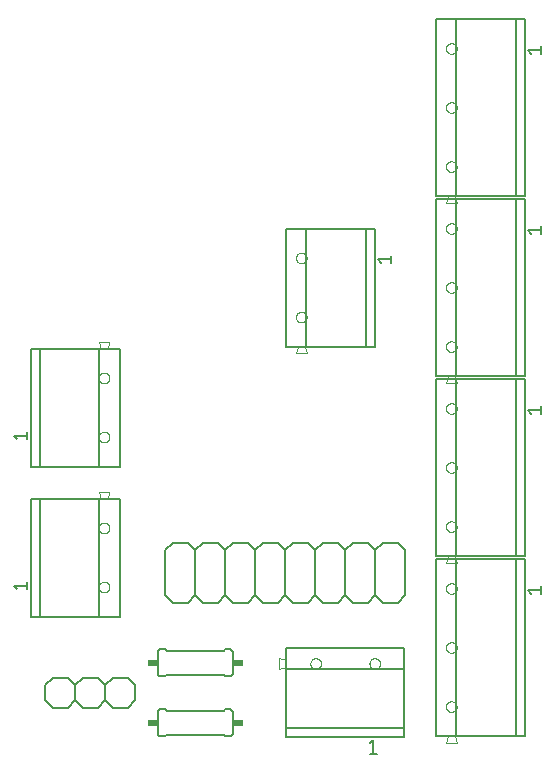
<source format=gto>
G75*
%MOIN*%
%OFA0B0*%
%FSLAX25Y25*%
%IPPOS*%
%LPD*%
%AMOC8*
5,1,8,0,0,1.08239X$1,22.5*
%
%ADD10C,0.00600*%
%ADD11C,0.00300*%
%ADD12C,0.00500*%
%ADD13R,0.03400X0.02400*%
D10*
X0016169Y0019200D02*
X0013669Y0021700D01*
X0013669Y0026700D01*
X0016169Y0029200D01*
X0021169Y0029200D01*
X0023669Y0026700D01*
X0026169Y0029200D01*
X0031169Y0029200D01*
X0033669Y0026700D01*
X0036169Y0029200D01*
X0041169Y0029200D01*
X0043669Y0026700D01*
X0043669Y0021700D01*
X0041169Y0019200D01*
X0036169Y0019200D01*
X0033669Y0021700D01*
X0031169Y0019200D01*
X0026169Y0019200D01*
X0023669Y0021700D01*
X0021169Y0019200D01*
X0016169Y0019200D01*
X0023669Y0021700D02*
X0023669Y0026700D01*
X0033669Y0026700D02*
X0033669Y0021700D01*
X0051169Y0017700D02*
X0051169Y0010700D01*
X0051171Y0010640D01*
X0051176Y0010579D01*
X0051185Y0010520D01*
X0051198Y0010461D01*
X0051214Y0010402D01*
X0051234Y0010345D01*
X0051257Y0010290D01*
X0051284Y0010235D01*
X0051313Y0010183D01*
X0051346Y0010132D01*
X0051382Y0010083D01*
X0051420Y0010037D01*
X0051462Y0009993D01*
X0051506Y0009951D01*
X0051552Y0009913D01*
X0051601Y0009877D01*
X0051652Y0009844D01*
X0051704Y0009815D01*
X0051759Y0009788D01*
X0051814Y0009765D01*
X0051871Y0009745D01*
X0051930Y0009729D01*
X0051989Y0009716D01*
X0052048Y0009707D01*
X0052109Y0009702D01*
X0052169Y0009700D01*
X0053669Y0009700D01*
X0054169Y0010200D01*
X0073169Y0010200D01*
X0073669Y0009700D01*
X0075169Y0009700D01*
X0075229Y0009702D01*
X0075290Y0009707D01*
X0075349Y0009716D01*
X0075408Y0009729D01*
X0075467Y0009745D01*
X0075524Y0009765D01*
X0075579Y0009788D01*
X0075634Y0009815D01*
X0075686Y0009844D01*
X0075737Y0009877D01*
X0075786Y0009913D01*
X0075832Y0009951D01*
X0075876Y0009993D01*
X0075918Y0010037D01*
X0075956Y0010083D01*
X0075992Y0010132D01*
X0076025Y0010183D01*
X0076054Y0010235D01*
X0076081Y0010290D01*
X0076104Y0010345D01*
X0076124Y0010402D01*
X0076140Y0010461D01*
X0076153Y0010520D01*
X0076162Y0010579D01*
X0076167Y0010640D01*
X0076169Y0010700D01*
X0076169Y0017700D01*
X0076167Y0017760D01*
X0076162Y0017821D01*
X0076153Y0017880D01*
X0076140Y0017939D01*
X0076124Y0017998D01*
X0076104Y0018055D01*
X0076081Y0018110D01*
X0076054Y0018165D01*
X0076025Y0018217D01*
X0075992Y0018268D01*
X0075956Y0018317D01*
X0075918Y0018363D01*
X0075876Y0018407D01*
X0075832Y0018449D01*
X0075786Y0018487D01*
X0075737Y0018523D01*
X0075686Y0018556D01*
X0075634Y0018585D01*
X0075579Y0018612D01*
X0075524Y0018635D01*
X0075467Y0018655D01*
X0075408Y0018671D01*
X0075349Y0018684D01*
X0075290Y0018693D01*
X0075229Y0018698D01*
X0075169Y0018700D01*
X0073669Y0018700D01*
X0073169Y0018200D01*
X0054169Y0018200D01*
X0053669Y0018700D01*
X0052169Y0018700D01*
X0052109Y0018698D01*
X0052048Y0018693D01*
X0051989Y0018684D01*
X0051930Y0018671D01*
X0051871Y0018655D01*
X0051814Y0018635D01*
X0051759Y0018612D01*
X0051704Y0018585D01*
X0051652Y0018556D01*
X0051601Y0018523D01*
X0051552Y0018487D01*
X0051506Y0018449D01*
X0051462Y0018407D01*
X0051420Y0018363D01*
X0051382Y0018317D01*
X0051346Y0018268D01*
X0051313Y0018217D01*
X0051284Y0018165D01*
X0051257Y0018110D01*
X0051234Y0018055D01*
X0051214Y0017998D01*
X0051198Y0017939D01*
X0051185Y0017880D01*
X0051176Y0017821D01*
X0051171Y0017760D01*
X0051169Y0017700D01*
X0052169Y0029700D02*
X0053669Y0029700D01*
X0054169Y0030200D01*
X0073169Y0030200D01*
X0073669Y0029700D01*
X0075169Y0029700D01*
X0075229Y0029702D01*
X0075290Y0029707D01*
X0075349Y0029716D01*
X0075408Y0029729D01*
X0075467Y0029745D01*
X0075524Y0029765D01*
X0075579Y0029788D01*
X0075634Y0029815D01*
X0075686Y0029844D01*
X0075737Y0029877D01*
X0075786Y0029913D01*
X0075832Y0029951D01*
X0075876Y0029993D01*
X0075918Y0030037D01*
X0075956Y0030083D01*
X0075992Y0030132D01*
X0076025Y0030183D01*
X0076054Y0030235D01*
X0076081Y0030290D01*
X0076104Y0030345D01*
X0076124Y0030402D01*
X0076140Y0030461D01*
X0076153Y0030520D01*
X0076162Y0030579D01*
X0076167Y0030640D01*
X0076169Y0030700D01*
X0076169Y0037700D01*
X0076167Y0037760D01*
X0076162Y0037821D01*
X0076153Y0037880D01*
X0076140Y0037939D01*
X0076124Y0037998D01*
X0076104Y0038055D01*
X0076081Y0038110D01*
X0076054Y0038165D01*
X0076025Y0038217D01*
X0075992Y0038268D01*
X0075956Y0038317D01*
X0075918Y0038363D01*
X0075876Y0038407D01*
X0075832Y0038449D01*
X0075786Y0038487D01*
X0075737Y0038523D01*
X0075686Y0038556D01*
X0075634Y0038585D01*
X0075579Y0038612D01*
X0075524Y0038635D01*
X0075467Y0038655D01*
X0075408Y0038671D01*
X0075349Y0038684D01*
X0075290Y0038693D01*
X0075229Y0038698D01*
X0075169Y0038700D01*
X0073669Y0038700D01*
X0073169Y0038200D01*
X0054169Y0038200D01*
X0053669Y0038700D01*
X0052169Y0038700D01*
X0052109Y0038698D01*
X0052048Y0038693D01*
X0051989Y0038684D01*
X0051930Y0038671D01*
X0051871Y0038655D01*
X0051814Y0038635D01*
X0051759Y0038612D01*
X0051704Y0038585D01*
X0051652Y0038556D01*
X0051601Y0038523D01*
X0051552Y0038487D01*
X0051506Y0038449D01*
X0051462Y0038407D01*
X0051420Y0038363D01*
X0051382Y0038317D01*
X0051346Y0038268D01*
X0051313Y0038217D01*
X0051284Y0038165D01*
X0051257Y0038110D01*
X0051234Y0038055D01*
X0051214Y0037998D01*
X0051198Y0037939D01*
X0051185Y0037880D01*
X0051176Y0037821D01*
X0051171Y0037760D01*
X0051169Y0037700D01*
X0051169Y0030700D01*
X0051171Y0030640D01*
X0051176Y0030579D01*
X0051185Y0030520D01*
X0051198Y0030461D01*
X0051214Y0030402D01*
X0051234Y0030345D01*
X0051257Y0030290D01*
X0051284Y0030235D01*
X0051313Y0030183D01*
X0051346Y0030132D01*
X0051382Y0030083D01*
X0051420Y0030037D01*
X0051462Y0029993D01*
X0051506Y0029951D01*
X0051552Y0029913D01*
X0051601Y0029877D01*
X0051652Y0029844D01*
X0051704Y0029815D01*
X0051759Y0029788D01*
X0051814Y0029765D01*
X0051871Y0029745D01*
X0051930Y0029729D01*
X0051989Y0029716D01*
X0052048Y0029707D01*
X0052109Y0029702D01*
X0052169Y0029700D01*
X0038433Y0049515D02*
X0031622Y0049515D01*
X0031622Y0088885D01*
X0032154Y0088885D01*
X0034476Y0088885D01*
X0038433Y0088885D01*
X0038433Y0049515D01*
X0031622Y0049515D02*
X0011819Y0049515D01*
X0011819Y0088885D01*
X0031622Y0088885D01*
X0031622Y0099515D02*
X0031622Y0138885D01*
X0032154Y0138885D01*
X0034476Y0138885D01*
X0038433Y0138885D01*
X0038433Y0099515D01*
X0031622Y0099515D01*
X0011819Y0099515D01*
X0011819Y0138885D01*
X0031622Y0138885D01*
X0011819Y0138885D02*
X0008906Y0138885D01*
X0008906Y0099515D01*
X0011819Y0099515D01*
X0011819Y0088885D02*
X0008906Y0088885D01*
X0008906Y0049515D01*
X0011819Y0049515D01*
X0053669Y0056700D02*
X0053669Y0071700D01*
X0056169Y0074200D01*
X0061169Y0074200D01*
X0063669Y0071700D01*
X0063669Y0056700D01*
X0066169Y0054200D01*
X0071169Y0054200D01*
X0073669Y0056700D01*
X0073669Y0071700D01*
X0076169Y0074200D01*
X0081169Y0074200D01*
X0083669Y0071700D01*
X0083669Y0056700D01*
X0086169Y0054200D01*
X0091169Y0054200D01*
X0093669Y0056700D01*
X0093669Y0071700D01*
X0096169Y0074200D01*
X0101169Y0074200D01*
X0103669Y0071700D01*
X0103669Y0056700D01*
X0106169Y0054200D01*
X0111169Y0054200D01*
X0113669Y0056700D01*
X0113669Y0071700D01*
X0116169Y0074200D01*
X0121169Y0074200D01*
X0123669Y0071700D01*
X0126169Y0074200D01*
X0131169Y0074200D01*
X0133669Y0071700D01*
X0133669Y0056700D01*
X0131169Y0054200D01*
X0126169Y0054200D01*
X0123669Y0056700D01*
X0123669Y0071700D01*
X0113669Y0071700D02*
X0111169Y0074200D01*
X0106169Y0074200D01*
X0103669Y0071700D01*
X0093669Y0071700D02*
X0091169Y0074200D01*
X0086169Y0074200D01*
X0083669Y0071700D01*
X0073669Y0071700D02*
X0071169Y0074200D01*
X0066169Y0074200D01*
X0063669Y0071700D01*
X0063669Y0056700D02*
X0061169Y0054200D01*
X0056169Y0054200D01*
X0053669Y0056700D01*
X0073669Y0056700D02*
X0076169Y0054200D01*
X0081169Y0054200D01*
X0083669Y0056700D01*
X0093669Y0056700D02*
X0096169Y0054200D01*
X0101169Y0054200D01*
X0103669Y0056700D01*
X0113669Y0056700D02*
X0116169Y0054200D01*
X0121169Y0054200D01*
X0123669Y0056700D01*
X0133354Y0038964D02*
X0133354Y0032153D01*
X0093984Y0032153D01*
X0093984Y0032684D01*
X0093984Y0035007D01*
X0093984Y0038964D01*
X0133354Y0038964D01*
X0133354Y0032153D02*
X0133354Y0012350D01*
X0093984Y0012350D01*
X0093984Y0032153D01*
X0093984Y0012350D02*
X0093984Y0009436D01*
X0133354Y0009436D01*
X0133354Y0012350D01*
X0143906Y0009672D02*
X0147862Y0009672D01*
X0150185Y0009672D01*
X0150717Y0009672D01*
X0150717Y0068728D01*
X0170520Y0068728D01*
X0170520Y0009672D01*
X0150717Y0009672D01*
X0143906Y0009672D02*
X0143906Y0068728D01*
X0150717Y0068728D01*
X0150717Y0069672D02*
X0150717Y0128728D01*
X0170520Y0128728D01*
X0170520Y0069672D01*
X0150717Y0069672D01*
X0150185Y0069672D01*
X0147862Y0069672D01*
X0143906Y0069672D01*
X0143906Y0128728D01*
X0150717Y0128728D01*
X0150717Y0129672D02*
X0150717Y0188728D01*
X0170520Y0188728D01*
X0170520Y0129672D01*
X0150717Y0129672D01*
X0150185Y0129672D01*
X0147862Y0129672D01*
X0143906Y0129672D01*
X0143906Y0188728D01*
X0150717Y0188728D01*
X0150717Y0189672D02*
X0150717Y0248728D01*
X0170520Y0248728D01*
X0170520Y0189672D01*
X0150717Y0189672D01*
X0150185Y0189672D01*
X0147862Y0189672D01*
X0143906Y0189672D01*
X0143906Y0248728D01*
X0150717Y0248728D01*
X0170520Y0248728D02*
X0173433Y0248728D01*
X0173433Y0189672D01*
X0170520Y0189672D01*
X0170520Y0188728D02*
X0173433Y0188728D01*
X0173433Y0129672D01*
X0170520Y0129672D01*
X0170520Y0128728D02*
X0173433Y0128728D01*
X0173433Y0069672D01*
X0170520Y0069672D01*
X0170520Y0068728D02*
X0173433Y0068728D01*
X0173433Y0009672D01*
X0170520Y0009672D01*
X0123433Y0139515D02*
X0120520Y0139515D01*
X0120520Y0178885D01*
X0123433Y0178885D01*
X0123433Y0139515D01*
X0120520Y0139515D02*
X0100717Y0139515D01*
X0100717Y0178885D01*
X0120520Y0178885D01*
X0100717Y0178885D02*
X0093906Y0178885D01*
X0093906Y0139515D01*
X0097862Y0139515D01*
X0100185Y0139515D01*
X0100717Y0139515D01*
D11*
X0100185Y0139515D02*
X0100795Y0137231D01*
X0097252Y0137231D01*
X0097862Y0139515D01*
X0097252Y0149357D02*
X0097254Y0149441D01*
X0097260Y0149524D01*
X0097270Y0149607D01*
X0097284Y0149690D01*
X0097301Y0149772D01*
X0097323Y0149853D01*
X0097348Y0149932D01*
X0097377Y0150011D01*
X0097410Y0150088D01*
X0097446Y0150163D01*
X0097486Y0150237D01*
X0097529Y0150309D01*
X0097576Y0150378D01*
X0097626Y0150445D01*
X0097679Y0150510D01*
X0097735Y0150572D01*
X0097793Y0150632D01*
X0097855Y0150689D01*
X0097919Y0150742D01*
X0097986Y0150793D01*
X0098055Y0150840D01*
X0098126Y0150885D01*
X0098199Y0150925D01*
X0098274Y0150962D01*
X0098351Y0150996D01*
X0098429Y0151026D01*
X0098508Y0151052D01*
X0098589Y0151075D01*
X0098671Y0151093D01*
X0098753Y0151108D01*
X0098836Y0151119D01*
X0098919Y0151126D01*
X0099003Y0151129D01*
X0099087Y0151128D01*
X0099170Y0151123D01*
X0099254Y0151114D01*
X0099336Y0151101D01*
X0099418Y0151085D01*
X0099499Y0151064D01*
X0099580Y0151040D01*
X0099658Y0151012D01*
X0099736Y0150980D01*
X0099812Y0150944D01*
X0099886Y0150905D01*
X0099958Y0150863D01*
X0100028Y0150817D01*
X0100096Y0150768D01*
X0100161Y0150716D01*
X0100224Y0150661D01*
X0100284Y0150603D01*
X0100342Y0150542D01*
X0100396Y0150478D01*
X0100448Y0150412D01*
X0100496Y0150344D01*
X0100541Y0150273D01*
X0100582Y0150200D01*
X0100621Y0150126D01*
X0100655Y0150050D01*
X0100686Y0149972D01*
X0100713Y0149893D01*
X0100737Y0149812D01*
X0100756Y0149731D01*
X0100772Y0149649D01*
X0100784Y0149566D01*
X0100792Y0149482D01*
X0100796Y0149399D01*
X0100796Y0149315D01*
X0100792Y0149232D01*
X0100784Y0149148D01*
X0100772Y0149065D01*
X0100756Y0148983D01*
X0100737Y0148902D01*
X0100713Y0148821D01*
X0100686Y0148742D01*
X0100655Y0148664D01*
X0100621Y0148588D01*
X0100582Y0148514D01*
X0100541Y0148441D01*
X0100496Y0148370D01*
X0100448Y0148302D01*
X0100396Y0148236D01*
X0100342Y0148172D01*
X0100284Y0148111D01*
X0100224Y0148053D01*
X0100161Y0147998D01*
X0100096Y0147946D01*
X0100028Y0147897D01*
X0099958Y0147851D01*
X0099886Y0147809D01*
X0099812Y0147770D01*
X0099736Y0147734D01*
X0099658Y0147702D01*
X0099580Y0147674D01*
X0099499Y0147650D01*
X0099418Y0147629D01*
X0099336Y0147613D01*
X0099254Y0147600D01*
X0099170Y0147591D01*
X0099087Y0147586D01*
X0099003Y0147585D01*
X0098919Y0147588D01*
X0098836Y0147595D01*
X0098753Y0147606D01*
X0098671Y0147621D01*
X0098589Y0147639D01*
X0098508Y0147662D01*
X0098429Y0147688D01*
X0098351Y0147718D01*
X0098274Y0147752D01*
X0098199Y0147789D01*
X0098126Y0147829D01*
X0098055Y0147874D01*
X0097986Y0147921D01*
X0097919Y0147972D01*
X0097855Y0148025D01*
X0097793Y0148082D01*
X0097735Y0148142D01*
X0097679Y0148204D01*
X0097626Y0148269D01*
X0097576Y0148336D01*
X0097529Y0148405D01*
X0097486Y0148477D01*
X0097446Y0148551D01*
X0097410Y0148626D01*
X0097377Y0148703D01*
X0097348Y0148782D01*
X0097323Y0148861D01*
X0097301Y0148942D01*
X0097284Y0149024D01*
X0097270Y0149107D01*
X0097260Y0149190D01*
X0097254Y0149273D01*
X0097252Y0149357D01*
X0097252Y0169043D02*
X0097254Y0169127D01*
X0097260Y0169210D01*
X0097270Y0169293D01*
X0097284Y0169376D01*
X0097301Y0169458D01*
X0097323Y0169539D01*
X0097348Y0169618D01*
X0097377Y0169697D01*
X0097410Y0169774D01*
X0097446Y0169849D01*
X0097486Y0169923D01*
X0097529Y0169995D01*
X0097576Y0170064D01*
X0097626Y0170131D01*
X0097679Y0170196D01*
X0097735Y0170258D01*
X0097793Y0170318D01*
X0097855Y0170375D01*
X0097919Y0170428D01*
X0097986Y0170479D01*
X0098055Y0170526D01*
X0098126Y0170571D01*
X0098199Y0170611D01*
X0098274Y0170648D01*
X0098351Y0170682D01*
X0098429Y0170712D01*
X0098508Y0170738D01*
X0098589Y0170761D01*
X0098671Y0170779D01*
X0098753Y0170794D01*
X0098836Y0170805D01*
X0098919Y0170812D01*
X0099003Y0170815D01*
X0099087Y0170814D01*
X0099170Y0170809D01*
X0099254Y0170800D01*
X0099336Y0170787D01*
X0099418Y0170771D01*
X0099499Y0170750D01*
X0099580Y0170726D01*
X0099658Y0170698D01*
X0099736Y0170666D01*
X0099812Y0170630D01*
X0099886Y0170591D01*
X0099958Y0170549D01*
X0100028Y0170503D01*
X0100096Y0170454D01*
X0100161Y0170402D01*
X0100224Y0170347D01*
X0100284Y0170289D01*
X0100342Y0170228D01*
X0100396Y0170164D01*
X0100448Y0170098D01*
X0100496Y0170030D01*
X0100541Y0169959D01*
X0100582Y0169886D01*
X0100621Y0169812D01*
X0100655Y0169736D01*
X0100686Y0169658D01*
X0100713Y0169579D01*
X0100737Y0169498D01*
X0100756Y0169417D01*
X0100772Y0169335D01*
X0100784Y0169252D01*
X0100792Y0169168D01*
X0100796Y0169085D01*
X0100796Y0169001D01*
X0100792Y0168918D01*
X0100784Y0168834D01*
X0100772Y0168751D01*
X0100756Y0168669D01*
X0100737Y0168588D01*
X0100713Y0168507D01*
X0100686Y0168428D01*
X0100655Y0168350D01*
X0100621Y0168274D01*
X0100582Y0168200D01*
X0100541Y0168127D01*
X0100496Y0168056D01*
X0100448Y0167988D01*
X0100396Y0167922D01*
X0100342Y0167858D01*
X0100284Y0167797D01*
X0100224Y0167739D01*
X0100161Y0167684D01*
X0100096Y0167632D01*
X0100028Y0167583D01*
X0099958Y0167537D01*
X0099886Y0167495D01*
X0099812Y0167456D01*
X0099736Y0167420D01*
X0099658Y0167388D01*
X0099580Y0167360D01*
X0099499Y0167336D01*
X0099418Y0167315D01*
X0099336Y0167299D01*
X0099254Y0167286D01*
X0099170Y0167277D01*
X0099087Y0167272D01*
X0099003Y0167271D01*
X0098919Y0167274D01*
X0098836Y0167281D01*
X0098753Y0167292D01*
X0098671Y0167307D01*
X0098589Y0167325D01*
X0098508Y0167348D01*
X0098429Y0167374D01*
X0098351Y0167404D01*
X0098274Y0167438D01*
X0098199Y0167475D01*
X0098126Y0167515D01*
X0098055Y0167560D01*
X0097986Y0167607D01*
X0097919Y0167658D01*
X0097855Y0167711D01*
X0097793Y0167768D01*
X0097735Y0167828D01*
X0097679Y0167890D01*
X0097626Y0167955D01*
X0097576Y0168022D01*
X0097529Y0168091D01*
X0097486Y0168163D01*
X0097446Y0168237D01*
X0097410Y0168312D01*
X0097377Y0168389D01*
X0097348Y0168468D01*
X0097323Y0168547D01*
X0097301Y0168628D01*
X0097284Y0168710D01*
X0097270Y0168793D01*
X0097260Y0168876D01*
X0097254Y0168959D01*
X0097252Y0169043D01*
X0147252Y0187389D02*
X0150795Y0187389D01*
X0150185Y0189672D01*
X0147862Y0189672D02*
X0147252Y0187389D01*
X0147252Y0178885D02*
X0147254Y0178969D01*
X0147260Y0179052D01*
X0147270Y0179135D01*
X0147284Y0179218D01*
X0147301Y0179300D01*
X0147323Y0179381D01*
X0147348Y0179460D01*
X0147377Y0179539D01*
X0147410Y0179616D01*
X0147446Y0179691D01*
X0147486Y0179765D01*
X0147529Y0179837D01*
X0147576Y0179906D01*
X0147626Y0179973D01*
X0147679Y0180038D01*
X0147735Y0180100D01*
X0147793Y0180160D01*
X0147855Y0180217D01*
X0147919Y0180270D01*
X0147986Y0180321D01*
X0148055Y0180368D01*
X0148126Y0180413D01*
X0148199Y0180453D01*
X0148274Y0180490D01*
X0148351Y0180524D01*
X0148429Y0180554D01*
X0148508Y0180580D01*
X0148589Y0180603D01*
X0148671Y0180621D01*
X0148753Y0180636D01*
X0148836Y0180647D01*
X0148919Y0180654D01*
X0149003Y0180657D01*
X0149087Y0180656D01*
X0149170Y0180651D01*
X0149254Y0180642D01*
X0149336Y0180629D01*
X0149418Y0180613D01*
X0149499Y0180592D01*
X0149580Y0180568D01*
X0149658Y0180540D01*
X0149736Y0180508D01*
X0149812Y0180472D01*
X0149886Y0180433D01*
X0149958Y0180391D01*
X0150028Y0180345D01*
X0150096Y0180296D01*
X0150161Y0180244D01*
X0150224Y0180189D01*
X0150284Y0180131D01*
X0150342Y0180070D01*
X0150396Y0180006D01*
X0150448Y0179940D01*
X0150496Y0179872D01*
X0150541Y0179801D01*
X0150582Y0179728D01*
X0150621Y0179654D01*
X0150655Y0179578D01*
X0150686Y0179500D01*
X0150713Y0179421D01*
X0150737Y0179340D01*
X0150756Y0179259D01*
X0150772Y0179177D01*
X0150784Y0179094D01*
X0150792Y0179010D01*
X0150796Y0178927D01*
X0150796Y0178843D01*
X0150792Y0178760D01*
X0150784Y0178676D01*
X0150772Y0178593D01*
X0150756Y0178511D01*
X0150737Y0178430D01*
X0150713Y0178349D01*
X0150686Y0178270D01*
X0150655Y0178192D01*
X0150621Y0178116D01*
X0150582Y0178042D01*
X0150541Y0177969D01*
X0150496Y0177898D01*
X0150448Y0177830D01*
X0150396Y0177764D01*
X0150342Y0177700D01*
X0150284Y0177639D01*
X0150224Y0177581D01*
X0150161Y0177526D01*
X0150096Y0177474D01*
X0150028Y0177425D01*
X0149958Y0177379D01*
X0149886Y0177337D01*
X0149812Y0177298D01*
X0149736Y0177262D01*
X0149658Y0177230D01*
X0149580Y0177202D01*
X0149499Y0177178D01*
X0149418Y0177157D01*
X0149336Y0177141D01*
X0149254Y0177128D01*
X0149170Y0177119D01*
X0149087Y0177114D01*
X0149003Y0177113D01*
X0148919Y0177116D01*
X0148836Y0177123D01*
X0148753Y0177134D01*
X0148671Y0177149D01*
X0148589Y0177167D01*
X0148508Y0177190D01*
X0148429Y0177216D01*
X0148351Y0177246D01*
X0148274Y0177280D01*
X0148199Y0177317D01*
X0148126Y0177357D01*
X0148055Y0177402D01*
X0147986Y0177449D01*
X0147919Y0177500D01*
X0147855Y0177553D01*
X0147793Y0177610D01*
X0147735Y0177670D01*
X0147679Y0177732D01*
X0147626Y0177797D01*
X0147576Y0177864D01*
X0147529Y0177933D01*
X0147486Y0178005D01*
X0147446Y0178079D01*
X0147410Y0178154D01*
X0147377Y0178231D01*
X0147348Y0178310D01*
X0147323Y0178389D01*
X0147301Y0178470D01*
X0147284Y0178552D01*
X0147270Y0178635D01*
X0147260Y0178718D01*
X0147254Y0178801D01*
X0147252Y0178885D01*
X0147252Y0159200D02*
X0147254Y0159284D01*
X0147260Y0159367D01*
X0147270Y0159450D01*
X0147284Y0159533D01*
X0147301Y0159615D01*
X0147323Y0159696D01*
X0147348Y0159775D01*
X0147377Y0159854D01*
X0147410Y0159931D01*
X0147446Y0160006D01*
X0147486Y0160080D01*
X0147529Y0160152D01*
X0147576Y0160221D01*
X0147626Y0160288D01*
X0147679Y0160353D01*
X0147735Y0160415D01*
X0147793Y0160475D01*
X0147855Y0160532D01*
X0147919Y0160585D01*
X0147986Y0160636D01*
X0148055Y0160683D01*
X0148126Y0160728D01*
X0148199Y0160768D01*
X0148274Y0160805D01*
X0148351Y0160839D01*
X0148429Y0160869D01*
X0148508Y0160895D01*
X0148589Y0160918D01*
X0148671Y0160936D01*
X0148753Y0160951D01*
X0148836Y0160962D01*
X0148919Y0160969D01*
X0149003Y0160972D01*
X0149087Y0160971D01*
X0149170Y0160966D01*
X0149254Y0160957D01*
X0149336Y0160944D01*
X0149418Y0160928D01*
X0149499Y0160907D01*
X0149580Y0160883D01*
X0149658Y0160855D01*
X0149736Y0160823D01*
X0149812Y0160787D01*
X0149886Y0160748D01*
X0149958Y0160706D01*
X0150028Y0160660D01*
X0150096Y0160611D01*
X0150161Y0160559D01*
X0150224Y0160504D01*
X0150284Y0160446D01*
X0150342Y0160385D01*
X0150396Y0160321D01*
X0150448Y0160255D01*
X0150496Y0160187D01*
X0150541Y0160116D01*
X0150582Y0160043D01*
X0150621Y0159969D01*
X0150655Y0159893D01*
X0150686Y0159815D01*
X0150713Y0159736D01*
X0150737Y0159655D01*
X0150756Y0159574D01*
X0150772Y0159492D01*
X0150784Y0159409D01*
X0150792Y0159325D01*
X0150796Y0159242D01*
X0150796Y0159158D01*
X0150792Y0159075D01*
X0150784Y0158991D01*
X0150772Y0158908D01*
X0150756Y0158826D01*
X0150737Y0158745D01*
X0150713Y0158664D01*
X0150686Y0158585D01*
X0150655Y0158507D01*
X0150621Y0158431D01*
X0150582Y0158357D01*
X0150541Y0158284D01*
X0150496Y0158213D01*
X0150448Y0158145D01*
X0150396Y0158079D01*
X0150342Y0158015D01*
X0150284Y0157954D01*
X0150224Y0157896D01*
X0150161Y0157841D01*
X0150096Y0157789D01*
X0150028Y0157740D01*
X0149958Y0157694D01*
X0149886Y0157652D01*
X0149812Y0157613D01*
X0149736Y0157577D01*
X0149658Y0157545D01*
X0149580Y0157517D01*
X0149499Y0157493D01*
X0149418Y0157472D01*
X0149336Y0157456D01*
X0149254Y0157443D01*
X0149170Y0157434D01*
X0149087Y0157429D01*
X0149003Y0157428D01*
X0148919Y0157431D01*
X0148836Y0157438D01*
X0148753Y0157449D01*
X0148671Y0157464D01*
X0148589Y0157482D01*
X0148508Y0157505D01*
X0148429Y0157531D01*
X0148351Y0157561D01*
X0148274Y0157595D01*
X0148199Y0157632D01*
X0148126Y0157672D01*
X0148055Y0157717D01*
X0147986Y0157764D01*
X0147919Y0157815D01*
X0147855Y0157868D01*
X0147793Y0157925D01*
X0147735Y0157985D01*
X0147679Y0158047D01*
X0147626Y0158112D01*
X0147576Y0158179D01*
X0147529Y0158248D01*
X0147486Y0158320D01*
X0147446Y0158394D01*
X0147410Y0158469D01*
X0147377Y0158546D01*
X0147348Y0158625D01*
X0147323Y0158704D01*
X0147301Y0158785D01*
X0147284Y0158867D01*
X0147270Y0158950D01*
X0147260Y0159033D01*
X0147254Y0159116D01*
X0147252Y0159200D01*
X0147252Y0139515D02*
X0147254Y0139599D01*
X0147260Y0139682D01*
X0147270Y0139765D01*
X0147284Y0139848D01*
X0147301Y0139930D01*
X0147323Y0140011D01*
X0147348Y0140090D01*
X0147377Y0140169D01*
X0147410Y0140246D01*
X0147446Y0140321D01*
X0147486Y0140395D01*
X0147529Y0140467D01*
X0147576Y0140536D01*
X0147626Y0140603D01*
X0147679Y0140668D01*
X0147735Y0140730D01*
X0147793Y0140790D01*
X0147855Y0140847D01*
X0147919Y0140900D01*
X0147986Y0140951D01*
X0148055Y0140998D01*
X0148126Y0141043D01*
X0148199Y0141083D01*
X0148274Y0141120D01*
X0148351Y0141154D01*
X0148429Y0141184D01*
X0148508Y0141210D01*
X0148589Y0141233D01*
X0148671Y0141251D01*
X0148753Y0141266D01*
X0148836Y0141277D01*
X0148919Y0141284D01*
X0149003Y0141287D01*
X0149087Y0141286D01*
X0149170Y0141281D01*
X0149254Y0141272D01*
X0149336Y0141259D01*
X0149418Y0141243D01*
X0149499Y0141222D01*
X0149580Y0141198D01*
X0149658Y0141170D01*
X0149736Y0141138D01*
X0149812Y0141102D01*
X0149886Y0141063D01*
X0149958Y0141021D01*
X0150028Y0140975D01*
X0150096Y0140926D01*
X0150161Y0140874D01*
X0150224Y0140819D01*
X0150284Y0140761D01*
X0150342Y0140700D01*
X0150396Y0140636D01*
X0150448Y0140570D01*
X0150496Y0140502D01*
X0150541Y0140431D01*
X0150582Y0140358D01*
X0150621Y0140284D01*
X0150655Y0140208D01*
X0150686Y0140130D01*
X0150713Y0140051D01*
X0150737Y0139970D01*
X0150756Y0139889D01*
X0150772Y0139807D01*
X0150784Y0139724D01*
X0150792Y0139640D01*
X0150796Y0139557D01*
X0150796Y0139473D01*
X0150792Y0139390D01*
X0150784Y0139306D01*
X0150772Y0139223D01*
X0150756Y0139141D01*
X0150737Y0139060D01*
X0150713Y0138979D01*
X0150686Y0138900D01*
X0150655Y0138822D01*
X0150621Y0138746D01*
X0150582Y0138672D01*
X0150541Y0138599D01*
X0150496Y0138528D01*
X0150448Y0138460D01*
X0150396Y0138394D01*
X0150342Y0138330D01*
X0150284Y0138269D01*
X0150224Y0138211D01*
X0150161Y0138156D01*
X0150096Y0138104D01*
X0150028Y0138055D01*
X0149958Y0138009D01*
X0149886Y0137967D01*
X0149812Y0137928D01*
X0149736Y0137892D01*
X0149658Y0137860D01*
X0149580Y0137832D01*
X0149499Y0137808D01*
X0149418Y0137787D01*
X0149336Y0137771D01*
X0149254Y0137758D01*
X0149170Y0137749D01*
X0149087Y0137744D01*
X0149003Y0137743D01*
X0148919Y0137746D01*
X0148836Y0137753D01*
X0148753Y0137764D01*
X0148671Y0137779D01*
X0148589Y0137797D01*
X0148508Y0137820D01*
X0148429Y0137846D01*
X0148351Y0137876D01*
X0148274Y0137910D01*
X0148199Y0137947D01*
X0148126Y0137987D01*
X0148055Y0138032D01*
X0147986Y0138079D01*
X0147919Y0138130D01*
X0147855Y0138183D01*
X0147793Y0138240D01*
X0147735Y0138300D01*
X0147679Y0138362D01*
X0147626Y0138427D01*
X0147576Y0138494D01*
X0147529Y0138563D01*
X0147486Y0138635D01*
X0147446Y0138709D01*
X0147410Y0138784D01*
X0147377Y0138861D01*
X0147348Y0138940D01*
X0147323Y0139019D01*
X0147301Y0139100D01*
X0147284Y0139182D01*
X0147270Y0139265D01*
X0147260Y0139348D01*
X0147254Y0139431D01*
X0147252Y0139515D01*
X0147862Y0129672D02*
X0147252Y0127389D01*
X0150795Y0127389D01*
X0150185Y0129672D01*
X0147252Y0118885D02*
X0147254Y0118969D01*
X0147260Y0119052D01*
X0147270Y0119135D01*
X0147284Y0119218D01*
X0147301Y0119300D01*
X0147323Y0119381D01*
X0147348Y0119460D01*
X0147377Y0119539D01*
X0147410Y0119616D01*
X0147446Y0119691D01*
X0147486Y0119765D01*
X0147529Y0119837D01*
X0147576Y0119906D01*
X0147626Y0119973D01*
X0147679Y0120038D01*
X0147735Y0120100D01*
X0147793Y0120160D01*
X0147855Y0120217D01*
X0147919Y0120270D01*
X0147986Y0120321D01*
X0148055Y0120368D01*
X0148126Y0120413D01*
X0148199Y0120453D01*
X0148274Y0120490D01*
X0148351Y0120524D01*
X0148429Y0120554D01*
X0148508Y0120580D01*
X0148589Y0120603D01*
X0148671Y0120621D01*
X0148753Y0120636D01*
X0148836Y0120647D01*
X0148919Y0120654D01*
X0149003Y0120657D01*
X0149087Y0120656D01*
X0149170Y0120651D01*
X0149254Y0120642D01*
X0149336Y0120629D01*
X0149418Y0120613D01*
X0149499Y0120592D01*
X0149580Y0120568D01*
X0149658Y0120540D01*
X0149736Y0120508D01*
X0149812Y0120472D01*
X0149886Y0120433D01*
X0149958Y0120391D01*
X0150028Y0120345D01*
X0150096Y0120296D01*
X0150161Y0120244D01*
X0150224Y0120189D01*
X0150284Y0120131D01*
X0150342Y0120070D01*
X0150396Y0120006D01*
X0150448Y0119940D01*
X0150496Y0119872D01*
X0150541Y0119801D01*
X0150582Y0119728D01*
X0150621Y0119654D01*
X0150655Y0119578D01*
X0150686Y0119500D01*
X0150713Y0119421D01*
X0150737Y0119340D01*
X0150756Y0119259D01*
X0150772Y0119177D01*
X0150784Y0119094D01*
X0150792Y0119010D01*
X0150796Y0118927D01*
X0150796Y0118843D01*
X0150792Y0118760D01*
X0150784Y0118676D01*
X0150772Y0118593D01*
X0150756Y0118511D01*
X0150737Y0118430D01*
X0150713Y0118349D01*
X0150686Y0118270D01*
X0150655Y0118192D01*
X0150621Y0118116D01*
X0150582Y0118042D01*
X0150541Y0117969D01*
X0150496Y0117898D01*
X0150448Y0117830D01*
X0150396Y0117764D01*
X0150342Y0117700D01*
X0150284Y0117639D01*
X0150224Y0117581D01*
X0150161Y0117526D01*
X0150096Y0117474D01*
X0150028Y0117425D01*
X0149958Y0117379D01*
X0149886Y0117337D01*
X0149812Y0117298D01*
X0149736Y0117262D01*
X0149658Y0117230D01*
X0149580Y0117202D01*
X0149499Y0117178D01*
X0149418Y0117157D01*
X0149336Y0117141D01*
X0149254Y0117128D01*
X0149170Y0117119D01*
X0149087Y0117114D01*
X0149003Y0117113D01*
X0148919Y0117116D01*
X0148836Y0117123D01*
X0148753Y0117134D01*
X0148671Y0117149D01*
X0148589Y0117167D01*
X0148508Y0117190D01*
X0148429Y0117216D01*
X0148351Y0117246D01*
X0148274Y0117280D01*
X0148199Y0117317D01*
X0148126Y0117357D01*
X0148055Y0117402D01*
X0147986Y0117449D01*
X0147919Y0117500D01*
X0147855Y0117553D01*
X0147793Y0117610D01*
X0147735Y0117670D01*
X0147679Y0117732D01*
X0147626Y0117797D01*
X0147576Y0117864D01*
X0147529Y0117933D01*
X0147486Y0118005D01*
X0147446Y0118079D01*
X0147410Y0118154D01*
X0147377Y0118231D01*
X0147348Y0118310D01*
X0147323Y0118389D01*
X0147301Y0118470D01*
X0147284Y0118552D01*
X0147270Y0118635D01*
X0147260Y0118718D01*
X0147254Y0118801D01*
X0147252Y0118885D01*
X0147252Y0099200D02*
X0147254Y0099284D01*
X0147260Y0099367D01*
X0147270Y0099450D01*
X0147284Y0099533D01*
X0147301Y0099615D01*
X0147323Y0099696D01*
X0147348Y0099775D01*
X0147377Y0099854D01*
X0147410Y0099931D01*
X0147446Y0100006D01*
X0147486Y0100080D01*
X0147529Y0100152D01*
X0147576Y0100221D01*
X0147626Y0100288D01*
X0147679Y0100353D01*
X0147735Y0100415D01*
X0147793Y0100475D01*
X0147855Y0100532D01*
X0147919Y0100585D01*
X0147986Y0100636D01*
X0148055Y0100683D01*
X0148126Y0100728D01*
X0148199Y0100768D01*
X0148274Y0100805D01*
X0148351Y0100839D01*
X0148429Y0100869D01*
X0148508Y0100895D01*
X0148589Y0100918D01*
X0148671Y0100936D01*
X0148753Y0100951D01*
X0148836Y0100962D01*
X0148919Y0100969D01*
X0149003Y0100972D01*
X0149087Y0100971D01*
X0149170Y0100966D01*
X0149254Y0100957D01*
X0149336Y0100944D01*
X0149418Y0100928D01*
X0149499Y0100907D01*
X0149580Y0100883D01*
X0149658Y0100855D01*
X0149736Y0100823D01*
X0149812Y0100787D01*
X0149886Y0100748D01*
X0149958Y0100706D01*
X0150028Y0100660D01*
X0150096Y0100611D01*
X0150161Y0100559D01*
X0150224Y0100504D01*
X0150284Y0100446D01*
X0150342Y0100385D01*
X0150396Y0100321D01*
X0150448Y0100255D01*
X0150496Y0100187D01*
X0150541Y0100116D01*
X0150582Y0100043D01*
X0150621Y0099969D01*
X0150655Y0099893D01*
X0150686Y0099815D01*
X0150713Y0099736D01*
X0150737Y0099655D01*
X0150756Y0099574D01*
X0150772Y0099492D01*
X0150784Y0099409D01*
X0150792Y0099325D01*
X0150796Y0099242D01*
X0150796Y0099158D01*
X0150792Y0099075D01*
X0150784Y0098991D01*
X0150772Y0098908D01*
X0150756Y0098826D01*
X0150737Y0098745D01*
X0150713Y0098664D01*
X0150686Y0098585D01*
X0150655Y0098507D01*
X0150621Y0098431D01*
X0150582Y0098357D01*
X0150541Y0098284D01*
X0150496Y0098213D01*
X0150448Y0098145D01*
X0150396Y0098079D01*
X0150342Y0098015D01*
X0150284Y0097954D01*
X0150224Y0097896D01*
X0150161Y0097841D01*
X0150096Y0097789D01*
X0150028Y0097740D01*
X0149958Y0097694D01*
X0149886Y0097652D01*
X0149812Y0097613D01*
X0149736Y0097577D01*
X0149658Y0097545D01*
X0149580Y0097517D01*
X0149499Y0097493D01*
X0149418Y0097472D01*
X0149336Y0097456D01*
X0149254Y0097443D01*
X0149170Y0097434D01*
X0149087Y0097429D01*
X0149003Y0097428D01*
X0148919Y0097431D01*
X0148836Y0097438D01*
X0148753Y0097449D01*
X0148671Y0097464D01*
X0148589Y0097482D01*
X0148508Y0097505D01*
X0148429Y0097531D01*
X0148351Y0097561D01*
X0148274Y0097595D01*
X0148199Y0097632D01*
X0148126Y0097672D01*
X0148055Y0097717D01*
X0147986Y0097764D01*
X0147919Y0097815D01*
X0147855Y0097868D01*
X0147793Y0097925D01*
X0147735Y0097985D01*
X0147679Y0098047D01*
X0147626Y0098112D01*
X0147576Y0098179D01*
X0147529Y0098248D01*
X0147486Y0098320D01*
X0147446Y0098394D01*
X0147410Y0098469D01*
X0147377Y0098546D01*
X0147348Y0098625D01*
X0147323Y0098704D01*
X0147301Y0098785D01*
X0147284Y0098867D01*
X0147270Y0098950D01*
X0147260Y0099033D01*
X0147254Y0099116D01*
X0147252Y0099200D01*
X0147252Y0079515D02*
X0147254Y0079599D01*
X0147260Y0079682D01*
X0147270Y0079765D01*
X0147284Y0079848D01*
X0147301Y0079930D01*
X0147323Y0080011D01*
X0147348Y0080090D01*
X0147377Y0080169D01*
X0147410Y0080246D01*
X0147446Y0080321D01*
X0147486Y0080395D01*
X0147529Y0080467D01*
X0147576Y0080536D01*
X0147626Y0080603D01*
X0147679Y0080668D01*
X0147735Y0080730D01*
X0147793Y0080790D01*
X0147855Y0080847D01*
X0147919Y0080900D01*
X0147986Y0080951D01*
X0148055Y0080998D01*
X0148126Y0081043D01*
X0148199Y0081083D01*
X0148274Y0081120D01*
X0148351Y0081154D01*
X0148429Y0081184D01*
X0148508Y0081210D01*
X0148589Y0081233D01*
X0148671Y0081251D01*
X0148753Y0081266D01*
X0148836Y0081277D01*
X0148919Y0081284D01*
X0149003Y0081287D01*
X0149087Y0081286D01*
X0149170Y0081281D01*
X0149254Y0081272D01*
X0149336Y0081259D01*
X0149418Y0081243D01*
X0149499Y0081222D01*
X0149580Y0081198D01*
X0149658Y0081170D01*
X0149736Y0081138D01*
X0149812Y0081102D01*
X0149886Y0081063D01*
X0149958Y0081021D01*
X0150028Y0080975D01*
X0150096Y0080926D01*
X0150161Y0080874D01*
X0150224Y0080819D01*
X0150284Y0080761D01*
X0150342Y0080700D01*
X0150396Y0080636D01*
X0150448Y0080570D01*
X0150496Y0080502D01*
X0150541Y0080431D01*
X0150582Y0080358D01*
X0150621Y0080284D01*
X0150655Y0080208D01*
X0150686Y0080130D01*
X0150713Y0080051D01*
X0150737Y0079970D01*
X0150756Y0079889D01*
X0150772Y0079807D01*
X0150784Y0079724D01*
X0150792Y0079640D01*
X0150796Y0079557D01*
X0150796Y0079473D01*
X0150792Y0079390D01*
X0150784Y0079306D01*
X0150772Y0079223D01*
X0150756Y0079141D01*
X0150737Y0079060D01*
X0150713Y0078979D01*
X0150686Y0078900D01*
X0150655Y0078822D01*
X0150621Y0078746D01*
X0150582Y0078672D01*
X0150541Y0078599D01*
X0150496Y0078528D01*
X0150448Y0078460D01*
X0150396Y0078394D01*
X0150342Y0078330D01*
X0150284Y0078269D01*
X0150224Y0078211D01*
X0150161Y0078156D01*
X0150096Y0078104D01*
X0150028Y0078055D01*
X0149958Y0078009D01*
X0149886Y0077967D01*
X0149812Y0077928D01*
X0149736Y0077892D01*
X0149658Y0077860D01*
X0149580Y0077832D01*
X0149499Y0077808D01*
X0149418Y0077787D01*
X0149336Y0077771D01*
X0149254Y0077758D01*
X0149170Y0077749D01*
X0149087Y0077744D01*
X0149003Y0077743D01*
X0148919Y0077746D01*
X0148836Y0077753D01*
X0148753Y0077764D01*
X0148671Y0077779D01*
X0148589Y0077797D01*
X0148508Y0077820D01*
X0148429Y0077846D01*
X0148351Y0077876D01*
X0148274Y0077910D01*
X0148199Y0077947D01*
X0148126Y0077987D01*
X0148055Y0078032D01*
X0147986Y0078079D01*
X0147919Y0078130D01*
X0147855Y0078183D01*
X0147793Y0078240D01*
X0147735Y0078300D01*
X0147679Y0078362D01*
X0147626Y0078427D01*
X0147576Y0078494D01*
X0147529Y0078563D01*
X0147486Y0078635D01*
X0147446Y0078709D01*
X0147410Y0078784D01*
X0147377Y0078861D01*
X0147348Y0078940D01*
X0147323Y0079019D01*
X0147301Y0079100D01*
X0147284Y0079182D01*
X0147270Y0079265D01*
X0147260Y0079348D01*
X0147254Y0079431D01*
X0147252Y0079515D01*
X0147862Y0069672D02*
X0147252Y0067389D01*
X0150795Y0067389D01*
X0150185Y0069672D01*
X0147252Y0058885D02*
X0147254Y0058969D01*
X0147260Y0059052D01*
X0147270Y0059135D01*
X0147284Y0059218D01*
X0147301Y0059300D01*
X0147323Y0059381D01*
X0147348Y0059460D01*
X0147377Y0059539D01*
X0147410Y0059616D01*
X0147446Y0059691D01*
X0147486Y0059765D01*
X0147529Y0059837D01*
X0147576Y0059906D01*
X0147626Y0059973D01*
X0147679Y0060038D01*
X0147735Y0060100D01*
X0147793Y0060160D01*
X0147855Y0060217D01*
X0147919Y0060270D01*
X0147986Y0060321D01*
X0148055Y0060368D01*
X0148126Y0060413D01*
X0148199Y0060453D01*
X0148274Y0060490D01*
X0148351Y0060524D01*
X0148429Y0060554D01*
X0148508Y0060580D01*
X0148589Y0060603D01*
X0148671Y0060621D01*
X0148753Y0060636D01*
X0148836Y0060647D01*
X0148919Y0060654D01*
X0149003Y0060657D01*
X0149087Y0060656D01*
X0149170Y0060651D01*
X0149254Y0060642D01*
X0149336Y0060629D01*
X0149418Y0060613D01*
X0149499Y0060592D01*
X0149580Y0060568D01*
X0149658Y0060540D01*
X0149736Y0060508D01*
X0149812Y0060472D01*
X0149886Y0060433D01*
X0149958Y0060391D01*
X0150028Y0060345D01*
X0150096Y0060296D01*
X0150161Y0060244D01*
X0150224Y0060189D01*
X0150284Y0060131D01*
X0150342Y0060070D01*
X0150396Y0060006D01*
X0150448Y0059940D01*
X0150496Y0059872D01*
X0150541Y0059801D01*
X0150582Y0059728D01*
X0150621Y0059654D01*
X0150655Y0059578D01*
X0150686Y0059500D01*
X0150713Y0059421D01*
X0150737Y0059340D01*
X0150756Y0059259D01*
X0150772Y0059177D01*
X0150784Y0059094D01*
X0150792Y0059010D01*
X0150796Y0058927D01*
X0150796Y0058843D01*
X0150792Y0058760D01*
X0150784Y0058676D01*
X0150772Y0058593D01*
X0150756Y0058511D01*
X0150737Y0058430D01*
X0150713Y0058349D01*
X0150686Y0058270D01*
X0150655Y0058192D01*
X0150621Y0058116D01*
X0150582Y0058042D01*
X0150541Y0057969D01*
X0150496Y0057898D01*
X0150448Y0057830D01*
X0150396Y0057764D01*
X0150342Y0057700D01*
X0150284Y0057639D01*
X0150224Y0057581D01*
X0150161Y0057526D01*
X0150096Y0057474D01*
X0150028Y0057425D01*
X0149958Y0057379D01*
X0149886Y0057337D01*
X0149812Y0057298D01*
X0149736Y0057262D01*
X0149658Y0057230D01*
X0149580Y0057202D01*
X0149499Y0057178D01*
X0149418Y0057157D01*
X0149336Y0057141D01*
X0149254Y0057128D01*
X0149170Y0057119D01*
X0149087Y0057114D01*
X0149003Y0057113D01*
X0148919Y0057116D01*
X0148836Y0057123D01*
X0148753Y0057134D01*
X0148671Y0057149D01*
X0148589Y0057167D01*
X0148508Y0057190D01*
X0148429Y0057216D01*
X0148351Y0057246D01*
X0148274Y0057280D01*
X0148199Y0057317D01*
X0148126Y0057357D01*
X0148055Y0057402D01*
X0147986Y0057449D01*
X0147919Y0057500D01*
X0147855Y0057553D01*
X0147793Y0057610D01*
X0147735Y0057670D01*
X0147679Y0057732D01*
X0147626Y0057797D01*
X0147576Y0057864D01*
X0147529Y0057933D01*
X0147486Y0058005D01*
X0147446Y0058079D01*
X0147410Y0058154D01*
X0147377Y0058231D01*
X0147348Y0058310D01*
X0147323Y0058389D01*
X0147301Y0058470D01*
X0147284Y0058552D01*
X0147270Y0058635D01*
X0147260Y0058718D01*
X0147254Y0058801D01*
X0147252Y0058885D01*
X0147252Y0039200D02*
X0147254Y0039284D01*
X0147260Y0039367D01*
X0147270Y0039450D01*
X0147284Y0039533D01*
X0147301Y0039615D01*
X0147323Y0039696D01*
X0147348Y0039775D01*
X0147377Y0039854D01*
X0147410Y0039931D01*
X0147446Y0040006D01*
X0147486Y0040080D01*
X0147529Y0040152D01*
X0147576Y0040221D01*
X0147626Y0040288D01*
X0147679Y0040353D01*
X0147735Y0040415D01*
X0147793Y0040475D01*
X0147855Y0040532D01*
X0147919Y0040585D01*
X0147986Y0040636D01*
X0148055Y0040683D01*
X0148126Y0040728D01*
X0148199Y0040768D01*
X0148274Y0040805D01*
X0148351Y0040839D01*
X0148429Y0040869D01*
X0148508Y0040895D01*
X0148589Y0040918D01*
X0148671Y0040936D01*
X0148753Y0040951D01*
X0148836Y0040962D01*
X0148919Y0040969D01*
X0149003Y0040972D01*
X0149087Y0040971D01*
X0149170Y0040966D01*
X0149254Y0040957D01*
X0149336Y0040944D01*
X0149418Y0040928D01*
X0149499Y0040907D01*
X0149580Y0040883D01*
X0149658Y0040855D01*
X0149736Y0040823D01*
X0149812Y0040787D01*
X0149886Y0040748D01*
X0149958Y0040706D01*
X0150028Y0040660D01*
X0150096Y0040611D01*
X0150161Y0040559D01*
X0150224Y0040504D01*
X0150284Y0040446D01*
X0150342Y0040385D01*
X0150396Y0040321D01*
X0150448Y0040255D01*
X0150496Y0040187D01*
X0150541Y0040116D01*
X0150582Y0040043D01*
X0150621Y0039969D01*
X0150655Y0039893D01*
X0150686Y0039815D01*
X0150713Y0039736D01*
X0150737Y0039655D01*
X0150756Y0039574D01*
X0150772Y0039492D01*
X0150784Y0039409D01*
X0150792Y0039325D01*
X0150796Y0039242D01*
X0150796Y0039158D01*
X0150792Y0039075D01*
X0150784Y0038991D01*
X0150772Y0038908D01*
X0150756Y0038826D01*
X0150737Y0038745D01*
X0150713Y0038664D01*
X0150686Y0038585D01*
X0150655Y0038507D01*
X0150621Y0038431D01*
X0150582Y0038357D01*
X0150541Y0038284D01*
X0150496Y0038213D01*
X0150448Y0038145D01*
X0150396Y0038079D01*
X0150342Y0038015D01*
X0150284Y0037954D01*
X0150224Y0037896D01*
X0150161Y0037841D01*
X0150096Y0037789D01*
X0150028Y0037740D01*
X0149958Y0037694D01*
X0149886Y0037652D01*
X0149812Y0037613D01*
X0149736Y0037577D01*
X0149658Y0037545D01*
X0149580Y0037517D01*
X0149499Y0037493D01*
X0149418Y0037472D01*
X0149336Y0037456D01*
X0149254Y0037443D01*
X0149170Y0037434D01*
X0149087Y0037429D01*
X0149003Y0037428D01*
X0148919Y0037431D01*
X0148836Y0037438D01*
X0148753Y0037449D01*
X0148671Y0037464D01*
X0148589Y0037482D01*
X0148508Y0037505D01*
X0148429Y0037531D01*
X0148351Y0037561D01*
X0148274Y0037595D01*
X0148199Y0037632D01*
X0148126Y0037672D01*
X0148055Y0037717D01*
X0147986Y0037764D01*
X0147919Y0037815D01*
X0147855Y0037868D01*
X0147793Y0037925D01*
X0147735Y0037985D01*
X0147679Y0038047D01*
X0147626Y0038112D01*
X0147576Y0038179D01*
X0147529Y0038248D01*
X0147486Y0038320D01*
X0147446Y0038394D01*
X0147410Y0038469D01*
X0147377Y0038546D01*
X0147348Y0038625D01*
X0147323Y0038704D01*
X0147301Y0038785D01*
X0147284Y0038867D01*
X0147270Y0038950D01*
X0147260Y0039033D01*
X0147254Y0039116D01*
X0147252Y0039200D01*
X0147252Y0019515D02*
X0147254Y0019599D01*
X0147260Y0019682D01*
X0147270Y0019765D01*
X0147284Y0019848D01*
X0147301Y0019930D01*
X0147323Y0020011D01*
X0147348Y0020090D01*
X0147377Y0020169D01*
X0147410Y0020246D01*
X0147446Y0020321D01*
X0147486Y0020395D01*
X0147529Y0020467D01*
X0147576Y0020536D01*
X0147626Y0020603D01*
X0147679Y0020668D01*
X0147735Y0020730D01*
X0147793Y0020790D01*
X0147855Y0020847D01*
X0147919Y0020900D01*
X0147986Y0020951D01*
X0148055Y0020998D01*
X0148126Y0021043D01*
X0148199Y0021083D01*
X0148274Y0021120D01*
X0148351Y0021154D01*
X0148429Y0021184D01*
X0148508Y0021210D01*
X0148589Y0021233D01*
X0148671Y0021251D01*
X0148753Y0021266D01*
X0148836Y0021277D01*
X0148919Y0021284D01*
X0149003Y0021287D01*
X0149087Y0021286D01*
X0149170Y0021281D01*
X0149254Y0021272D01*
X0149336Y0021259D01*
X0149418Y0021243D01*
X0149499Y0021222D01*
X0149580Y0021198D01*
X0149658Y0021170D01*
X0149736Y0021138D01*
X0149812Y0021102D01*
X0149886Y0021063D01*
X0149958Y0021021D01*
X0150028Y0020975D01*
X0150096Y0020926D01*
X0150161Y0020874D01*
X0150224Y0020819D01*
X0150284Y0020761D01*
X0150342Y0020700D01*
X0150396Y0020636D01*
X0150448Y0020570D01*
X0150496Y0020502D01*
X0150541Y0020431D01*
X0150582Y0020358D01*
X0150621Y0020284D01*
X0150655Y0020208D01*
X0150686Y0020130D01*
X0150713Y0020051D01*
X0150737Y0019970D01*
X0150756Y0019889D01*
X0150772Y0019807D01*
X0150784Y0019724D01*
X0150792Y0019640D01*
X0150796Y0019557D01*
X0150796Y0019473D01*
X0150792Y0019390D01*
X0150784Y0019306D01*
X0150772Y0019223D01*
X0150756Y0019141D01*
X0150737Y0019060D01*
X0150713Y0018979D01*
X0150686Y0018900D01*
X0150655Y0018822D01*
X0150621Y0018746D01*
X0150582Y0018672D01*
X0150541Y0018599D01*
X0150496Y0018528D01*
X0150448Y0018460D01*
X0150396Y0018394D01*
X0150342Y0018330D01*
X0150284Y0018269D01*
X0150224Y0018211D01*
X0150161Y0018156D01*
X0150096Y0018104D01*
X0150028Y0018055D01*
X0149958Y0018009D01*
X0149886Y0017967D01*
X0149812Y0017928D01*
X0149736Y0017892D01*
X0149658Y0017860D01*
X0149580Y0017832D01*
X0149499Y0017808D01*
X0149418Y0017787D01*
X0149336Y0017771D01*
X0149254Y0017758D01*
X0149170Y0017749D01*
X0149087Y0017744D01*
X0149003Y0017743D01*
X0148919Y0017746D01*
X0148836Y0017753D01*
X0148753Y0017764D01*
X0148671Y0017779D01*
X0148589Y0017797D01*
X0148508Y0017820D01*
X0148429Y0017846D01*
X0148351Y0017876D01*
X0148274Y0017910D01*
X0148199Y0017947D01*
X0148126Y0017987D01*
X0148055Y0018032D01*
X0147986Y0018079D01*
X0147919Y0018130D01*
X0147855Y0018183D01*
X0147793Y0018240D01*
X0147735Y0018300D01*
X0147679Y0018362D01*
X0147626Y0018427D01*
X0147576Y0018494D01*
X0147529Y0018563D01*
X0147486Y0018635D01*
X0147446Y0018709D01*
X0147410Y0018784D01*
X0147377Y0018861D01*
X0147348Y0018940D01*
X0147323Y0019019D01*
X0147301Y0019100D01*
X0147284Y0019182D01*
X0147270Y0019265D01*
X0147260Y0019348D01*
X0147254Y0019431D01*
X0147252Y0019515D01*
X0147862Y0009672D02*
X0147252Y0007389D01*
X0150795Y0007389D01*
X0150185Y0009672D01*
X0121740Y0033846D02*
X0121742Y0033930D01*
X0121748Y0034013D01*
X0121758Y0034096D01*
X0121772Y0034179D01*
X0121789Y0034261D01*
X0121811Y0034342D01*
X0121836Y0034421D01*
X0121865Y0034500D01*
X0121898Y0034577D01*
X0121934Y0034652D01*
X0121974Y0034726D01*
X0122017Y0034798D01*
X0122064Y0034867D01*
X0122114Y0034934D01*
X0122167Y0034999D01*
X0122223Y0035061D01*
X0122281Y0035121D01*
X0122343Y0035178D01*
X0122407Y0035231D01*
X0122474Y0035282D01*
X0122543Y0035329D01*
X0122614Y0035374D01*
X0122687Y0035414D01*
X0122762Y0035451D01*
X0122839Y0035485D01*
X0122917Y0035515D01*
X0122996Y0035541D01*
X0123077Y0035564D01*
X0123159Y0035582D01*
X0123241Y0035597D01*
X0123324Y0035608D01*
X0123407Y0035615D01*
X0123491Y0035618D01*
X0123575Y0035617D01*
X0123658Y0035612D01*
X0123742Y0035603D01*
X0123824Y0035590D01*
X0123906Y0035574D01*
X0123987Y0035553D01*
X0124068Y0035529D01*
X0124146Y0035501D01*
X0124224Y0035469D01*
X0124300Y0035433D01*
X0124374Y0035394D01*
X0124446Y0035352D01*
X0124516Y0035306D01*
X0124584Y0035257D01*
X0124649Y0035205D01*
X0124712Y0035150D01*
X0124772Y0035092D01*
X0124830Y0035031D01*
X0124884Y0034967D01*
X0124936Y0034901D01*
X0124984Y0034833D01*
X0125029Y0034762D01*
X0125070Y0034689D01*
X0125109Y0034615D01*
X0125143Y0034539D01*
X0125174Y0034461D01*
X0125201Y0034382D01*
X0125225Y0034301D01*
X0125244Y0034220D01*
X0125260Y0034138D01*
X0125272Y0034055D01*
X0125280Y0033971D01*
X0125284Y0033888D01*
X0125284Y0033804D01*
X0125280Y0033721D01*
X0125272Y0033637D01*
X0125260Y0033554D01*
X0125244Y0033472D01*
X0125225Y0033391D01*
X0125201Y0033310D01*
X0125174Y0033231D01*
X0125143Y0033153D01*
X0125109Y0033077D01*
X0125070Y0033003D01*
X0125029Y0032930D01*
X0124984Y0032859D01*
X0124936Y0032791D01*
X0124884Y0032725D01*
X0124830Y0032661D01*
X0124772Y0032600D01*
X0124712Y0032542D01*
X0124649Y0032487D01*
X0124584Y0032435D01*
X0124516Y0032386D01*
X0124446Y0032340D01*
X0124374Y0032298D01*
X0124300Y0032259D01*
X0124224Y0032223D01*
X0124146Y0032191D01*
X0124068Y0032163D01*
X0123987Y0032139D01*
X0123906Y0032118D01*
X0123824Y0032102D01*
X0123742Y0032089D01*
X0123658Y0032080D01*
X0123575Y0032075D01*
X0123491Y0032074D01*
X0123407Y0032077D01*
X0123324Y0032084D01*
X0123241Y0032095D01*
X0123159Y0032110D01*
X0123077Y0032128D01*
X0122996Y0032151D01*
X0122917Y0032177D01*
X0122839Y0032207D01*
X0122762Y0032241D01*
X0122687Y0032278D01*
X0122614Y0032318D01*
X0122543Y0032363D01*
X0122474Y0032410D01*
X0122407Y0032461D01*
X0122343Y0032514D01*
X0122281Y0032571D01*
X0122223Y0032631D01*
X0122167Y0032693D01*
X0122114Y0032758D01*
X0122064Y0032825D01*
X0122017Y0032894D01*
X0121974Y0032966D01*
X0121934Y0033040D01*
X0121898Y0033115D01*
X0121865Y0033192D01*
X0121836Y0033271D01*
X0121811Y0033350D01*
X0121789Y0033431D01*
X0121772Y0033513D01*
X0121758Y0033596D01*
X0121748Y0033679D01*
X0121742Y0033762D01*
X0121740Y0033846D01*
X0102055Y0033846D02*
X0102057Y0033930D01*
X0102063Y0034013D01*
X0102073Y0034096D01*
X0102087Y0034179D01*
X0102104Y0034261D01*
X0102126Y0034342D01*
X0102151Y0034421D01*
X0102180Y0034500D01*
X0102213Y0034577D01*
X0102249Y0034652D01*
X0102289Y0034726D01*
X0102332Y0034798D01*
X0102379Y0034867D01*
X0102429Y0034934D01*
X0102482Y0034999D01*
X0102538Y0035061D01*
X0102596Y0035121D01*
X0102658Y0035178D01*
X0102722Y0035231D01*
X0102789Y0035282D01*
X0102858Y0035329D01*
X0102929Y0035374D01*
X0103002Y0035414D01*
X0103077Y0035451D01*
X0103154Y0035485D01*
X0103232Y0035515D01*
X0103311Y0035541D01*
X0103392Y0035564D01*
X0103474Y0035582D01*
X0103556Y0035597D01*
X0103639Y0035608D01*
X0103722Y0035615D01*
X0103806Y0035618D01*
X0103890Y0035617D01*
X0103973Y0035612D01*
X0104057Y0035603D01*
X0104139Y0035590D01*
X0104221Y0035574D01*
X0104302Y0035553D01*
X0104383Y0035529D01*
X0104461Y0035501D01*
X0104539Y0035469D01*
X0104615Y0035433D01*
X0104689Y0035394D01*
X0104761Y0035352D01*
X0104831Y0035306D01*
X0104899Y0035257D01*
X0104964Y0035205D01*
X0105027Y0035150D01*
X0105087Y0035092D01*
X0105145Y0035031D01*
X0105199Y0034967D01*
X0105251Y0034901D01*
X0105299Y0034833D01*
X0105344Y0034762D01*
X0105385Y0034689D01*
X0105424Y0034615D01*
X0105458Y0034539D01*
X0105489Y0034461D01*
X0105516Y0034382D01*
X0105540Y0034301D01*
X0105559Y0034220D01*
X0105575Y0034138D01*
X0105587Y0034055D01*
X0105595Y0033971D01*
X0105599Y0033888D01*
X0105599Y0033804D01*
X0105595Y0033721D01*
X0105587Y0033637D01*
X0105575Y0033554D01*
X0105559Y0033472D01*
X0105540Y0033391D01*
X0105516Y0033310D01*
X0105489Y0033231D01*
X0105458Y0033153D01*
X0105424Y0033077D01*
X0105385Y0033003D01*
X0105344Y0032930D01*
X0105299Y0032859D01*
X0105251Y0032791D01*
X0105199Y0032725D01*
X0105145Y0032661D01*
X0105087Y0032600D01*
X0105027Y0032542D01*
X0104964Y0032487D01*
X0104899Y0032435D01*
X0104831Y0032386D01*
X0104761Y0032340D01*
X0104689Y0032298D01*
X0104615Y0032259D01*
X0104539Y0032223D01*
X0104461Y0032191D01*
X0104383Y0032163D01*
X0104302Y0032139D01*
X0104221Y0032118D01*
X0104139Y0032102D01*
X0104057Y0032089D01*
X0103973Y0032080D01*
X0103890Y0032075D01*
X0103806Y0032074D01*
X0103722Y0032077D01*
X0103639Y0032084D01*
X0103556Y0032095D01*
X0103474Y0032110D01*
X0103392Y0032128D01*
X0103311Y0032151D01*
X0103232Y0032177D01*
X0103154Y0032207D01*
X0103077Y0032241D01*
X0103002Y0032278D01*
X0102929Y0032318D01*
X0102858Y0032363D01*
X0102789Y0032410D01*
X0102722Y0032461D01*
X0102658Y0032514D01*
X0102596Y0032571D01*
X0102538Y0032631D01*
X0102482Y0032693D01*
X0102429Y0032758D01*
X0102379Y0032825D01*
X0102332Y0032894D01*
X0102289Y0032966D01*
X0102249Y0033040D01*
X0102213Y0033115D01*
X0102180Y0033192D01*
X0102151Y0033271D01*
X0102126Y0033350D01*
X0102104Y0033431D01*
X0102087Y0033513D01*
X0102073Y0033596D01*
X0102063Y0033679D01*
X0102057Y0033762D01*
X0102055Y0033846D01*
X0093984Y0035007D02*
X0091701Y0035617D01*
X0091701Y0032074D01*
X0093984Y0032684D01*
X0034476Y0088885D02*
X0035087Y0091169D01*
X0031543Y0091169D01*
X0032154Y0088885D01*
X0031543Y0079043D02*
X0031545Y0079127D01*
X0031551Y0079210D01*
X0031561Y0079293D01*
X0031575Y0079376D01*
X0031592Y0079458D01*
X0031614Y0079539D01*
X0031639Y0079618D01*
X0031668Y0079697D01*
X0031701Y0079774D01*
X0031737Y0079849D01*
X0031777Y0079923D01*
X0031820Y0079995D01*
X0031867Y0080064D01*
X0031917Y0080131D01*
X0031970Y0080196D01*
X0032026Y0080258D01*
X0032084Y0080318D01*
X0032146Y0080375D01*
X0032210Y0080428D01*
X0032277Y0080479D01*
X0032346Y0080526D01*
X0032417Y0080571D01*
X0032490Y0080611D01*
X0032565Y0080648D01*
X0032642Y0080682D01*
X0032720Y0080712D01*
X0032799Y0080738D01*
X0032880Y0080761D01*
X0032962Y0080779D01*
X0033044Y0080794D01*
X0033127Y0080805D01*
X0033210Y0080812D01*
X0033294Y0080815D01*
X0033378Y0080814D01*
X0033461Y0080809D01*
X0033545Y0080800D01*
X0033627Y0080787D01*
X0033709Y0080771D01*
X0033790Y0080750D01*
X0033871Y0080726D01*
X0033949Y0080698D01*
X0034027Y0080666D01*
X0034103Y0080630D01*
X0034177Y0080591D01*
X0034249Y0080549D01*
X0034319Y0080503D01*
X0034387Y0080454D01*
X0034452Y0080402D01*
X0034515Y0080347D01*
X0034575Y0080289D01*
X0034633Y0080228D01*
X0034687Y0080164D01*
X0034739Y0080098D01*
X0034787Y0080030D01*
X0034832Y0079959D01*
X0034873Y0079886D01*
X0034912Y0079812D01*
X0034946Y0079736D01*
X0034977Y0079658D01*
X0035004Y0079579D01*
X0035028Y0079498D01*
X0035047Y0079417D01*
X0035063Y0079335D01*
X0035075Y0079252D01*
X0035083Y0079168D01*
X0035087Y0079085D01*
X0035087Y0079001D01*
X0035083Y0078918D01*
X0035075Y0078834D01*
X0035063Y0078751D01*
X0035047Y0078669D01*
X0035028Y0078588D01*
X0035004Y0078507D01*
X0034977Y0078428D01*
X0034946Y0078350D01*
X0034912Y0078274D01*
X0034873Y0078200D01*
X0034832Y0078127D01*
X0034787Y0078056D01*
X0034739Y0077988D01*
X0034687Y0077922D01*
X0034633Y0077858D01*
X0034575Y0077797D01*
X0034515Y0077739D01*
X0034452Y0077684D01*
X0034387Y0077632D01*
X0034319Y0077583D01*
X0034249Y0077537D01*
X0034177Y0077495D01*
X0034103Y0077456D01*
X0034027Y0077420D01*
X0033949Y0077388D01*
X0033871Y0077360D01*
X0033790Y0077336D01*
X0033709Y0077315D01*
X0033627Y0077299D01*
X0033545Y0077286D01*
X0033461Y0077277D01*
X0033378Y0077272D01*
X0033294Y0077271D01*
X0033210Y0077274D01*
X0033127Y0077281D01*
X0033044Y0077292D01*
X0032962Y0077307D01*
X0032880Y0077325D01*
X0032799Y0077348D01*
X0032720Y0077374D01*
X0032642Y0077404D01*
X0032565Y0077438D01*
X0032490Y0077475D01*
X0032417Y0077515D01*
X0032346Y0077560D01*
X0032277Y0077607D01*
X0032210Y0077658D01*
X0032146Y0077711D01*
X0032084Y0077768D01*
X0032026Y0077828D01*
X0031970Y0077890D01*
X0031917Y0077955D01*
X0031867Y0078022D01*
X0031820Y0078091D01*
X0031777Y0078163D01*
X0031737Y0078237D01*
X0031701Y0078312D01*
X0031668Y0078389D01*
X0031639Y0078468D01*
X0031614Y0078547D01*
X0031592Y0078628D01*
X0031575Y0078710D01*
X0031561Y0078793D01*
X0031551Y0078876D01*
X0031545Y0078959D01*
X0031543Y0079043D01*
X0031543Y0059357D02*
X0031545Y0059441D01*
X0031551Y0059524D01*
X0031561Y0059607D01*
X0031575Y0059690D01*
X0031592Y0059772D01*
X0031614Y0059853D01*
X0031639Y0059932D01*
X0031668Y0060011D01*
X0031701Y0060088D01*
X0031737Y0060163D01*
X0031777Y0060237D01*
X0031820Y0060309D01*
X0031867Y0060378D01*
X0031917Y0060445D01*
X0031970Y0060510D01*
X0032026Y0060572D01*
X0032084Y0060632D01*
X0032146Y0060689D01*
X0032210Y0060742D01*
X0032277Y0060793D01*
X0032346Y0060840D01*
X0032417Y0060885D01*
X0032490Y0060925D01*
X0032565Y0060962D01*
X0032642Y0060996D01*
X0032720Y0061026D01*
X0032799Y0061052D01*
X0032880Y0061075D01*
X0032962Y0061093D01*
X0033044Y0061108D01*
X0033127Y0061119D01*
X0033210Y0061126D01*
X0033294Y0061129D01*
X0033378Y0061128D01*
X0033461Y0061123D01*
X0033545Y0061114D01*
X0033627Y0061101D01*
X0033709Y0061085D01*
X0033790Y0061064D01*
X0033871Y0061040D01*
X0033949Y0061012D01*
X0034027Y0060980D01*
X0034103Y0060944D01*
X0034177Y0060905D01*
X0034249Y0060863D01*
X0034319Y0060817D01*
X0034387Y0060768D01*
X0034452Y0060716D01*
X0034515Y0060661D01*
X0034575Y0060603D01*
X0034633Y0060542D01*
X0034687Y0060478D01*
X0034739Y0060412D01*
X0034787Y0060344D01*
X0034832Y0060273D01*
X0034873Y0060200D01*
X0034912Y0060126D01*
X0034946Y0060050D01*
X0034977Y0059972D01*
X0035004Y0059893D01*
X0035028Y0059812D01*
X0035047Y0059731D01*
X0035063Y0059649D01*
X0035075Y0059566D01*
X0035083Y0059482D01*
X0035087Y0059399D01*
X0035087Y0059315D01*
X0035083Y0059232D01*
X0035075Y0059148D01*
X0035063Y0059065D01*
X0035047Y0058983D01*
X0035028Y0058902D01*
X0035004Y0058821D01*
X0034977Y0058742D01*
X0034946Y0058664D01*
X0034912Y0058588D01*
X0034873Y0058514D01*
X0034832Y0058441D01*
X0034787Y0058370D01*
X0034739Y0058302D01*
X0034687Y0058236D01*
X0034633Y0058172D01*
X0034575Y0058111D01*
X0034515Y0058053D01*
X0034452Y0057998D01*
X0034387Y0057946D01*
X0034319Y0057897D01*
X0034249Y0057851D01*
X0034177Y0057809D01*
X0034103Y0057770D01*
X0034027Y0057734D01*
X0033949Y0057702D01*
X0033871Y0057674D01*
X0033790Y0057650D01*
X0033709Y0057629D01*
X0033627Y0057613D01*
X0033545Y0057600D01*
X0033461Y0057591D01*
X0033378Y0057586D01*
X0033294Y0057585D01*
X0033210Y0057588D01*
X0033127Y0057595D01*
X0033044Y0057606D01*
X0032962Y0057621D01*
X0032880Y0057639D01*
X0032799Y0057662D01*
X0032720Y0057688D01*
X0032642Y0057718D01*
X0032565Y0057752D01*
X0032490Y0057789D01*
X0032417Y0057829D01*
X0032346Y0057874D01*
X0032277Y0057921D01*
X0032210Y0057972D01*
X0032146Y0058025D01*
X0032084Y0058082D01*
X0032026Y0058142D01*
X0031970Y0058204D01*
X0031917Y0058269D01*
X0031867Y0058336D01*
X0031820Y0058405D01*
X0031777Y0058477D01*
X0031737Y0058551D01*
X0031701Y0058626D01*
X0031668Y0058703D01*
X0031639Y0058782D01*
X0031614Y0058861D01*
X0031592Y0058942D01*
X0031575Y0059024D01*
X0031561Y0059107D01*
X0031551Y0059190D01*
X0031545Y0059273D01*
X0031543Y0059357D01*
X0031543Y0109357D02*
X0031545Y0109441D01*
X0031551Y0109524D01*
X0031561Y0109607D01*
X0031575Y0109690D01*
X0031592Y0109772D01*
X0031614Y0109853D01*
X0031639Y0109932D01*
X0031668Y0110011D01*
X0031701Y0110088D01*
X0031737Y0110163D01*
X0031777Y0110237D01*
X0031820Y0110309D01*
X0031867Y0110378D01*
X0031917Y0110445D01*
X0031970Y0110510D01*
X0032026Y0110572D01*
X0032084Y0110632D01*
X0032146Y0110689D01*
X0032210Y0110742D01*
X0032277Y0110793D01*
X0032346Y0110840D01*
X0032417Y0110885D01*
X0032490Y0110925D01*
X0032565Y0110962D01*
X0032642Y0110996D01*
X0032720Y0111026D01*
X0032799Y0111052D01*
X0032880Y0111075D01*
X0032962Y0111093D01*
X0033044Y0111108D01*
X0033127Y0111119D01*
X0033210Y0111126D01*
X0033294Y0111129D01*
X0033378Y0111128D01*
X0033461Y0111123D01*
X0033545Y0111114D01*
X0033627Y0111101D01*
X0033709Y0111085D01*
X0033790Y0111064D01*
X0033871Y0111040D01*
X0033949Y0111012D01*
X0034027Y0110980D01*
X0034103Y0110944D01*
X0034177Y0110905D01*
X0034249Y0110863D01*
X0034319Y0110817D01*
X0034387Y0110768D01*
X0034452Y0110716D01*
X0034515Y0110661D01*
X0034575Y0110603D01*
X0034633Y0110542D01*
X0034687Y0110478D01*
X0034739Y0110412D01*
X0034787Y0110344D01*
X0034832Y0110273D01*
X0034873Y0110200D01*
X0034912Y0110126D01*
X0034946Y0110050D01*
X0034977Y0109972D01*
X0035004Y0109893D01*
X0035028Y0109812D01*
X0035047Y0109731D01*
X0035063Y0109649D01*
X0035075Y0109566D01*
X0035083Y0109482D01*
X0035087Y0109399D01*
X0035087Y0109315D01*
X0035083Y0109232D01*
X0035075Y0109148D01*
X0035063Y0109065D01*
X0035047Y0108983D01*
X0035028Y0108902D01*
X0035004Y0108821D01*
X0034977Y0108742D01*
X0034946Y0108664D01*
X0034912Y0108588D01*
X0034873Y0108514D01*
X0034832Y0108441D01*
X0034787Y0108370D01*
X0034739Y0108302D01*
X0034687Y0108236D01*
X0034633Y0108172D01*
X0034575Y0108111D01*
X0034515Y0108053D01*
X0034452Y0107998D01*
X0034387Y0107946D01*
X0034319Y0107897D01*
X0034249Y0107851D01*
X0034177Y0107809D01*
X0034103Y0107770D01*
X0034027Y0107734D01*
X0033949Y0107702D01*
X0033871Y0107674D01*
X0033790Y0107650D01*
X0033709Y0107629D01*
X0033627Y0107613D01*
X0033545Y0107600D01*
X0033461Y0107591D01*
X0033378Y0107586D01*
X0033294Y0107585D01*
X0033210Y0107588D01*
X0033127Y0107595D01*
X0033044Y0107606D01*
X0032962Y0107621D01*
X0032880Y0107639D01*
X0032799Y0107662D01*
X0032720Y0107688D01*
X0032642Y0107718D01*
X0032565Y0107752D01*
X0032490Y0107789D01*
X0032417Y0107829D01*
X0032346Y0107874D01*
X0032277Y0107921D01*
X0032210Y0107972D01*
X0032146Y0108025D01*
X0032084Y0108082D01*
X0032026Y0108142D01*
X0031970Y0108204D01*
X0031917Y0108269D01*
X0031867Y0108336D01*
X0031820Y0108405D01*
X0031777Y0108477D01*
X0031737Y0108551D01*
X0031701Y0108626D01*
X0031668Y0108703D01*
X0031639Y0108782D01*
X0031614Y0108861D01*
X0031592Y0108942D01*
X0031575Y0109024D01*
X0031561Y0109107D01*
X0031551Y0109190D01*
X0031545Y0109273D01*
X0031543Y0109357D01*
X0031543Y0129043D02*
X0031545Y0129127D01*
X0031551Y0129210D01*
X0031561Y0129293D01*
X0031575Y0129376D01*
X0031592Y0129458D01*
X0031614Y0129539D01*
X0031639Y0129618D01*
X0031668Y0129697D01*
X0031701Y0129774D01*
X0031737Y0129849D01*
X0031777Y0129923D01*
X0031820Y0129995D01*
X0031867Y0130064D01*
X0031917Y0130131D01*
X0031970Y0130196D01*
X0032026Y0130258D01*
X0032084Y0130318D01*
X0032146Y0130375D01*
X0032210Y0130428D01*
X0032277Y0130479D01*
X0032346Y0130526D01*
X0032417Y0130571D01*
X0032490Y0130611D01*
X0032565Y0130648D01*
X0032642Y0130682D01*
X0032720Y0130712D01*
X0032799Y0130738D01*
X0032880Y0130761D01*
X0032962Y0130779D01*
X0033044Y0130794D01*
X0033127Y0130805D01*
X0033210Y0130812D01*
X0033294Y0130815D01*
X0033378Y0130814D01*
X0033461Y0130809D01*
X0033545Y0130800D01*
X0033627Y0130787D01*
X0033709Y0130771D01*
X0033790Y0130750D01*
X0033871Y0130726D01*
X0033949Y0130698D01*
X0034027Y0130666D01*
X0034103Y0130630D01*
X0034177Y0130591D01*
X0034249Y0130549D01*
X0034319Y0130503D01*
X0034387Y0130454D01*
X0034452Y0130402D01*
X0034515Y0130347D01*
X0034575Y0130289D01*
X0034633Y0130228D01*
X0034687Y0130164D01*
X0034739Y0130098D01*
X0034787Y0130030D01*
X0034832Y0129959D01*
X0034873Y0129886D01*
X0034912Y0129812D01*
X0034946Y0129736D01*
X0034977Y0129658D01*
X0035004Y0129579D01*
X0035028Y0129498D01*
X0035047Y0129417D01*
X0035063Y0129335D01*
X0035075Y0129252D01*
X0035083Y0129168D01*
X0035087Y0129085D01*
X0035087Y0129001D01*
X0035083Y0128918D01*
X0035075Y0128834D01*
X0035063Y0128751D01*
X0035047Y0128669D01*
X0035028Y0128588D01*
X0035004Y0128507D01*
X0034977Y0128428D01*
X0034946Y0128350D01*
X0034912Y0128274D01*
X0034873Y0128200D01*
X0034832Y0128127D01*
X0034787Y0128056D01*
X0034739Y0127988D01*
X0034687Y0127922D01*
X0034633Y0127858D01*
X0034575Y0127797D01*
X0034515Y0127739D01*
X0034452Y0127684D01*
X0034387Y0127632D01*
X0034319Y0127583D01*
X0034249Y0127537D01*
X0034177Y0127495D01*
X0034103Y0127456D01*
X0034027Y0127420D01*
X0033949Y0127388D01*
X0033871Y0127360D01*
X0033790Y0127336D01*
X0033709Y0127315D01*
X0033627Y0127299D01*
X0033545Y0127286D01*
X0033461Y0127277D01*
X0033378Y0127272D01*
X0033294Y0127271D01*
X0033210Y0127274D01*
X0033127Y0127281D01*
X0033044Y0127292D01*
X0032962Y0127307D01*
X0032880Y0127325D01*
X0032799Y0127348D01*
X0032720Y0127374D01*
X0032642Y0127404D01*
X0032565Y0127438D01*
X0032490Y0127475D01*
X0032417Y0127515D01*
X0032346Y0127560D01*
X0032277Y0127607D01*
X0032210Y0127658D01*
X0032146Y0127711D01*
X0032084Y0127768D01*
X0032026Y0127828D01*
X0031970Y0127890D01*
X0031917Y0127955D01*
X0031867Y0128022D01*
X0031820Y0128091D01*
X0031777Y0128163D01*
X0031737Y0128237D01*
X0031701Y0128312D01*
X0031668Y0128389D01*
X0031639Y0128468D01*
X0031614Y0128547D01*
X0031592Y0128628D01*
X0031575Y0128710D01*
X0031561Y0128793D01*
X0031551Y0128876D01*
X0031545Y0128959D01*
X0031543Y0129043D01*
X0032154Y0138885D02*
X0031543Y0141169D01*
X0035087Y0141169D01*
X0034476Y0138885D01*
X0147252Y0199515D02*
X0147254Y0199599D01*
X0147260Y0199682D01*
X0147270Y0199765D01*
X0147284Y0199848D01*
X0147301Y0199930D01*
X0147323Y0200011D01*
X0147348Y0200090D01*
X0147377Y0200169D01*
X0147410Y0200246D01*
X0147446Y0200321D01*
X0147486Y0200395D01*
X0147529Y0200467D01*
X0147576Y0200536D01*
X0147626Y0200603D01*
X0147679Y0200668D01*
X0147735Y0200730D01*
X0147793Y0200790D01*
X0147855Y0200847D01*
X0147919Y0200900D01*
X0147986Y0200951D01*
X0148055Y0200998D01*
X0148126Y0201043D01*
X0148199Y0201083D01*
X0148274Y0201120D01*
X0148351Y0201154D01*
X0148429Y0201184D01*
X0148508Y0201210D01*
X0148589Y0201233D01*
X0148671Y0201251D01*
X0148753Y0201266D01*
X0148836Y0201277D01*
X0148919Y0201284D01*
X0149003Y0201287D01*
X0149087Y0201286D01*
X0149170Y0201281D01*
X0149254Y0201272D01*
X0149336Y0201259D01*
X0149418Y0201243D01*
X0149499Y0201222D01*
X0149580Y0201198D01*
X0149658Y0201170D01*
X0149736Y0201138D01*
X0149812Y0201102D01*
X0149886Y0201063D01*
X0149958Y0201021D01*
X0150028Y0200975D01*
X0150096Y0200926D01*
X0150161Y0200874D01*
X0150224Y0200819D01*
X0150284Y0200761D01*
X0150342Y0200700D01*
X0150396Y0200636D01*
X0150448Y0200570D01*
X0150496Y0200502D01*
X0150541Y0200431D01*
X0150582Y0200358D01*
X0150621Y0200284D01*
X0150655Y0200208D01*
X0150686Y0200130D01*
X0150713Y0200051D01*
X0150737Y0199970D01*
X0150756Y0199889D01*
X0150772Y0199807D01*
X0150784Y0199724D01*
X0150792Y0199640D01*
X0150796Y0199557D01*
X0150796Y0199473D01*
X0150792Y0199390D01*
X0150784Y0199306D01*
X0150772Y0199223D01*
X0150756Y0199141D01*
X0150737Y0199060D01*
X0150713Y0198979D01*
X0150686Y0198900D01*
X0150655Y0198822D01*
X0150621Y0198746D01*
X0150582Y0198672D01*
X0150541Y0198599D01*
X0150496Y0198528D01*
X0150448Y0198460D01*
X0150396Y0198394D01*
X0150342Y0198330D01*
X0150284Y0198269D01*
X0150224Y0198211D01*
X0150161Y0198156D01*
X0150096Y0198104D01*
X0150028Y0198055D01*
X0149958Y0198009D01*
X0149886Y0197967D01*
X0149812Y0197928D01*
X0149736Y0197892D01*
X0149658Y0197860D01*
X0149580Y0197832D01*
X0149499Y0197808D01*
X0149418Y0197787D01*
X0149336Y0197771D01*
X0149254Y0197758D01*
X0149170Y0197749D01*
X0149087Y0197744D01*
X0149003Y0197743D01*
X0148919Y0197746D01*
X0148836Y0197753D01*
X0148753Y0197764D01*
X0148671Y0197779D01*
X0148589Y0197797D01*
X0148508Y0197820D01*
X0148429Y0197846D01*
X0148351Y0197876D01*
X0148274Y0197910D01*
X0148199Y0197947D01*
X0148126Y0197987D01*
X0148055Y0198032D01*
X0147986Y0198079D01*
X0147919Y0198130D01*
X0147855Y0198183D01*
X0147793Y0198240D01*
X0147735Y0198300D01*
X0147679Y0198362D01*
X0147626Y0198427D01*
X0147576Y0198494D01*
X0147529Y0198563D01*
X0147486Y0198635D01*
X0147446Y0198709D01*
X0147410Y0198784D01*
X0147377Y0198861D01*
X0147348Y0198940D01*
X0147323Y0199019D01*
X0147301Y0199100D01*
X0147284Y0199182D01*
X0147270Y0199265D01*
X0147260Y0199348D01*
X0147254Y0199431D01*
X0147252Y0199515D01*
X0147252Y0219200D02*
X0147254Y0219284D01*
X0147260Y0219367D01*
X0147270Y0219450D01*
X0147284Y0219533D01*
X0147301Y0219615D01*
X0147323Y0219696D01*
X0147348Y0219775D01*
X0147377Y0219854D01*
X0147410Y0219931D01*
X0147446Y0220006D01*
X0147486Y0220080D01*
X0147529Y0220152D01*
X0147576Y0220221D01*
X0147626Y0220288D01*
X0147679Y0220353D01*
X0147735Y0220415D01*
X0147793Y0220475D01*
X0147855Y0220532D01*
X0147919Y0220585D01*
X0147986Y0220636D01*
X0148055Y0220683D01*
X0148126Y0220728D01*
X0148199Y0220768D01*
X0148274Y0220805D01*
X0148351Y0220839D01*
X0148429Y0220869D01*
X0148508Y0220895D01*
X0148589Y0220918D01*
X0148671Y0220936D01*
X0148753Y0220951D01*
X0148836Y0220962D01*
X0148919Y0220969D01*
X0149003Y0220972D01*
X0149087Y0220971D01*
X0149170Y0220966D01*
X0149254Y0220957D01*
X0149336Y0220944D01*
X0149418Y0220928D01*
X0149499Y0220907D01*
X0149580Y0220883D01*
X0149658Y0220855D01*
X0149736Y0220823D01*
X0149812Y0220787D01*
X0149886Y0220748D01*
X0149958Y0220706D01*
X0150028Y0220660D01*
X0150096Y0220611D01*
X0150161Y0220559D01*
X0150224Y0220504D01*
X0150284Y0220446D01*
X0150342Y0220385D01*
X0150396Y0220321D01*
X0150448Y0220255D01*
X0150496Y0220187D01*
X0150541Y0220116D01*
X0150582Y0220043D01*
X0150621Y0219969D01*
X0150655Y0219893D01*
X0150686Y0219815D01*
X0150713Y0219736D01*
X0150737Y0219655D01*
X0150756Y0219574D01*
X0150772Y0219492D01*
X0150784Y0219409D01*
X0150792Y0219325D01*
X0150796Y0219242D01*
X0150796Y0219158D01*
X0150792Y0219075D01*
X0150784Y0218991D01*
X0150772Y0218908D01*
X0150756Y0218826D01*
X0150737Y0218745D01*
X0150713Y0218664D01*
X0150686Y0218585D01*
X0150655Y0218507D01*
X0150621Y0218431D01*
X0150582Y0218357D01*
X0150541Y0218284D01*
X0150496Y0218213D01*
X0150448Y0218145D01*
X0150396Y0218079D01*
X0150342Y0218015D01*
X0150284Y0217954D01*
X0150224Y0217896D01*
X0150161Y0217841D01*
X0150096Y0217789D01*
X0150028Y0217740D01*
X0149958Y0217694D01*
X0149886Y0217652D01*
X0149812Y0217613D01*
X0149736Y0217577D01*
X0149658Y0217545D01*
X0149580Y0217517D01*
X0149499Y0217493D01*
X0149418Y0217472D01*
X0149336Y0217456D01*
X0149254Y0217443D01*
X0149170Y0217434D01*
X0149087Y0217429D01*
X0149003Y0217428D01*
X0148919Y0217431D01*
X0148836Y0217438D01*
X0148753Y0217449D01*
X0148671Y0217464D01*
X0148589Y0217482D01*
X0148508Y0217505D01*
X0148429Y0217531D01*
X0148351Y0217561D01*
X0148274Y0217595D01*
X0148199Y0217632D01*
X0148126Y0217672D01*
X0148055Y0217717D01*
X0147986Y0217764D01*
X0147919Y0217815D01*
X0147855Y0217868D01*
X0147793Y0217925D01*
X0147735Y0217985D01*
X0147679Y0218047D01*
X0147626Y0218112D01*
X0147576Y0218179D01*
X0147529Y0218248D01*
X0147486Y0218320D01*
X0147446Y0218394D01*
X0147410Y0218469D01*
X0147377Y0218546D01*
X0147348Y0218625D01*
X0147323Y0218704D01*
X0147301Y0218785D01*
X0147284Y0218867D01*
X0147270Y0218950D01*
X0147260Y0219033D01*
X0147254Y0219116D01*
X0147252Y0219200D01*
X0147252Y0238885D02*
X0147254Y0238969D01*
X0147260Y0239052D01*
X0147270Y0239135D01*
X0147284Y0239218D01*
X0147301Y0239300D01*
X0147323Y0239381D01*
X0147348Y0239460D01*
X0147377Y0239539D01*
X0147410Y0239616D01*
X0147446Y0239691D01*
X0147486Y0239765D01*
X0147529Y0239837D01*
X0147576Y0239906D01*
X0147626Y0239973D01*
X0147679Y0240038D01*
X0147735Y0240100D01*
X0147793Y0240160D01*
X0147855Y0240217D01*
X0147919Y0240270D01*
X0147986Y0240321D01*
X0148055Y0240368D01*
X0148126Y0240413D01*
X0148199Y0240453D01*
X0148274Y0240490D01*
X0148351Y0240524D01*
X0148429Y0240554D01*
X0148508Y0240580D01*
X0148589Y0240603D01*
X0148671Y0240621D01*
X0148753Y0240636D01*
X0148836Y0240647D01*
X0148919Y0240654D01*
X0149003Y0240657D01*
X0149087Y0240656D01*
X0149170Y0240651D01*
X0149254Y0240642D01*
X0149336Y0240629D01*
X0149418Y0240613D01*
X0149499Y0240592D01*
X0149580Y0240568D01*
X0149658Y0240540D01*
X0149736Y0240508D01*
X0149812Y0240472D01*
X0149886Y0240433D01*
X0149958Y0240391D01*
X0150028Y0240345D01*
X0150096Y0240296D01*
X0150161Y0240244D01*
X0150224Y0240189D01*
X0150284Y0240131D01*
X0150342Y0240070D01*
X0150396Y0240006D01*
X0150448Y0239940D01*
X0150496Y0239872D01*
X0150541Y0239801D01*
X0150582Y0239728D01*
X0150621Y0239654D01*
X0150655Y0239578D01*
X0150686Y0239500D01*
X0150713Y0239421D01*
X0150737Y0239340D01*
X0150756Y0239259D01*
X0150772Y0239177D01*
X0150784Y0239094D01*
X0150792Y0239010D01*
X0150796Y0238927D01*
X0150796Y0238843D01*
X0150792Y0238760D01*
X0150784Y0238676D01*
X0150772Y0238593D01*
X0150756Y0238511D01*
X0150737Y0238430D01*
X0150713Y0238349D01*
X0150686Y0238270D01*
X0150655Y0238192D01*
X0150621Y0238116D01*
X0150582Y0238042D01*
X0150541Y0237969D01*
X0150496Y0237898D01*
X0150448Y0237830D01*
X0150396Y0237764D01*
X0150342Y0237700D01*
X0150284Y0237639D01*
X0150224Y0237581D01*
X0150161Y0237526D01*
X0150096Y0237474D01*
X0150028Y0237425D01*
X0149958Y0237379D01*
X0149886Y0237337D01*
X0149812Y0237298D01*
X0149736Y0237262D01*
X0149658Y0237230D01*
X0149580Y0237202D01*
X0149499Y0237178D01*
X0149418Y0237157D01*
X0149336Y0237141D01*
X0149254Y0237128D01*
X0149170Y0237119D01*
X0149087Y0237114D01*
X0149003Y0237113D01*
X0148919Y0237116D01*
X0148836Y0237123D01*
X0148753Y0237134D01*
X0148671Y0237149D01*
X0148589Y0237167D01*
X0148508Y0237190D01*
X0148429Y0237216D01*
X0148351Y0237246D01*
X0148274Y0237280D01*
X0148199Y0237317D01*
X0148126Y0237357D01*
X0148055Y0237402D01*
X0147986Y0237449D01*
X0147919Y0237500D01*
X0147855Y0237553D01*
X0147793Y0237610D01*
X0147735Y0237670D01*
X0147679Y0237732D01*
X0147626Y0237797D01*
X0147576Y0237864D01*
X0147529Y0237933D01*
X0147486Y0238005D01*
X0147446Y0238079D01*
X0147410Y0238154D01*
X0147377Y0238231D01*
X0147348Y0238310D01*
X0147323Y0238389D01*
X0147301Y0238470D01*
X0147284Y0238552D01*
X0147270Y0238635D01*
X0147260Y0238718D01*
X0147254Y0238801D01*
X0147252Y0238885D01*
D12*
X0174589Y0238417D02*
X0179089Y0238417D01*
X0179089Y0237167D02*
X0179089Y0239667D01*
X0175589Y0237167D02*
X0174589Y0238417D01*
X0179089Y0179667D02*
X0179089Y0177167D01*
X0179089Y0178417D02*
X0174589Y0178417D01*
X0175589Y0177167D01*
X0179089Y0119667D02*
X0179089Y0117167D01*
X0179089Y0118417D02*
X0174589Y0118417D01*
X0175589Y0117167D01*
X0179089Y0059667D02*
X0179089Y0057167D01*
X0179089Y0058417D02*
X0174589Y0058417D01*
X0175589Y0057167D01*
X0124293Y0003781D02*
X0121793Y0003781D01*
X0123043Y0003781D02*
X0123043Y0008281D01*
X0121793Y0007281D01*
X0007750Y0058576D02*
X0007750Y0061076D01*
X0007750Y0059826D02*
X0003250Y0059826D01*
X0004250Y0058576D01*
X0004250Y0108576D02*
X0003250Y0109826D01*
X0007750Y0109826D01*
X0007750Y0108576D02*
X0007750Y0111076D01*
X0124589Y0168574D02*
X0125589Y0167324D01*
X0124589Y0168574D02*
X0129089Y0168574D01*
X0129089Y0167324D02*
X0129089Y0169824D01*
D13*
X0077869Y0034200D03*
X0077869Y0014200D03*
X0049469Y0014200D03*
X0049469Y0034200D03*
M02*

</source>
